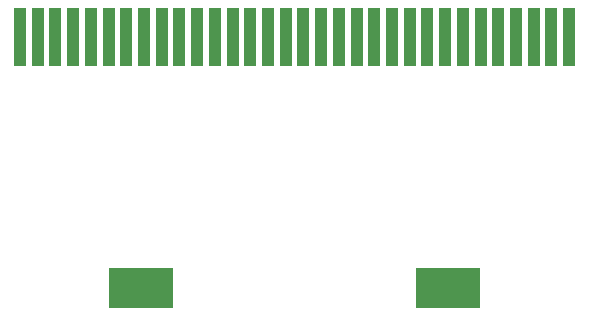
<source format=gtp>
%TF.GenerationSoftware,KiCad,Pcbnew,(5.1.10-1-10_14)*%
%TF.CreationDate,2023-03-27T22:45:21+08:00*%
%TF.ProjectId,GB_MemoryBackup_Subboard_A,47425f4d-656d-46f7-9279-4261636b7570,1.0*%
%TF.SameCoordinates,Original*%
%TF.FileFunction,Paste,Top*%
%TF.FilePolarity,Positive*%
%FSLAX46Y46*%
G04 Gerber Fmt 4.6, Leading zero omitted, Abs format (unit mm)*
G04 Created by KiCad (PCBNEW (5.1.10-1-10_14)) date 2023-03-27 22:45:21*
%MOMM*%
%LPD*%
G01*
G04 APERTURE LIST*
%ADD10R,5.500000X3.500000*%
%ADD11R,1.000000X5.000000*%
G04 APERTURE END LIST*
D10*
%TO.C,J2*%
X156480000Y-114090000D03*
X182480000Y-114090000D03*
D11*
X146230000Y-92840000D03*
X147730000Y-92840000D03*
X149230000Y-92840000D03*
X150730000Y-92840000D03*
X152230000Y-92840000D03*
X153730000Y-92840000D03*
X155230000Y-92840000D03*
X156730000Y-92840000D03*
X158230000Y-92840000D03*
X159730000Y-92840000D03*
X161230000Y-92840000D03*
X162730000Y-92840000D03*
X164230000Y-92840000D03*
X165730000Y-92840000D03*
X167230000Y-92840000D03*
X168730000Y-92840000D03*
X170230000Y-92840000D03*
X171730000Y-92840000D03*
X173230000Y-92840000D03*
X174730000Y-92840000D03*
X176230000Y-92840000D03*
X177730000Y-92840000D03*
X179230000Y-92840000D03*
X180730000Y-92840000D03*
X182230000Y-92840000D03*
X183730000Y-92840000D03*
X185230000Y-92840000D03*
X186730000Y-92840000D03*
X188230000Y-92840000D03*
X189730000Y-92840000D03*
X191230000Y-92840000D03*
X192730000Y-92840000D03*
%TD*%
M02*

</source>
